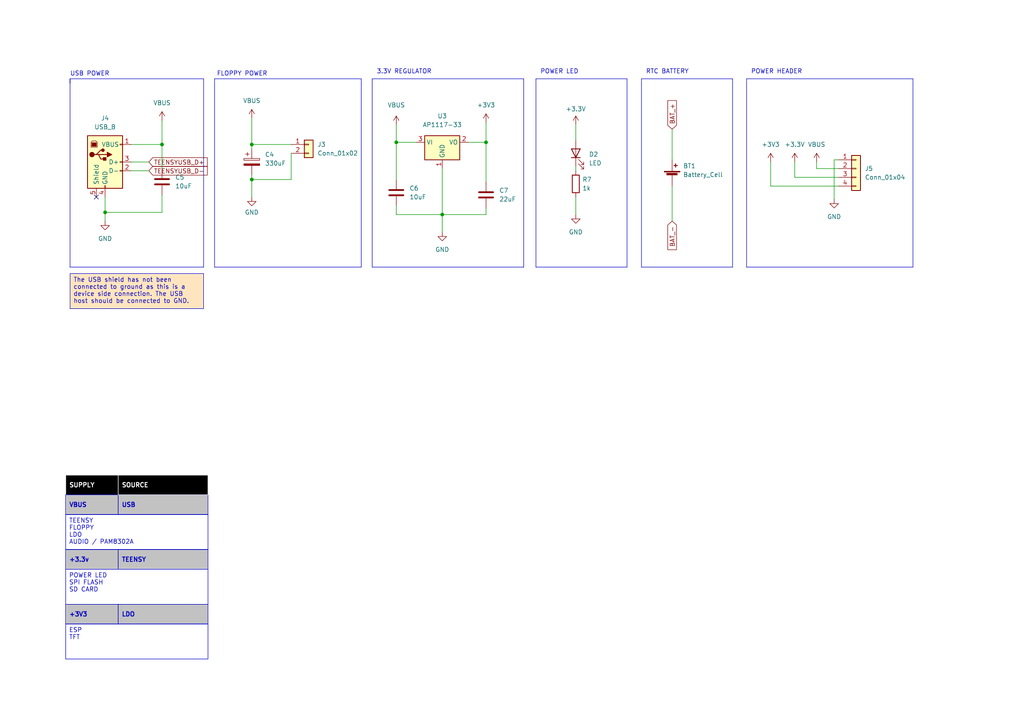
<source format=kicad_sch>
(kicad_sch (version 20230121) (generator eeschema)
  (paper "A4")
  (title_block (title "Power") (date "2023-02-08") (rev "0.19") (company "AK74"))
  (lib_symbols
    (symbol "Connector:USB_B" (pin_names (offset 1.016))
      (property "Reference" "J" (at -5.08 11.43 0))
      (property "Value" "USB_B" (at -5.08 8.89 0))
      (symbol "USB_B_0_1"
        (rectangle (start -5.08 -7.62) (end 5.08 7.62) (stroke (width 0.254)) (fill (type background)))
        (circle (center -3.81 2.159) (radius 0.635) (stroke (width 0.254)) (fill (type outline)))
        (rectangle (start -3.81 5.588) (end -2.54 4.572) (fill (type outline)))
        (circle (center -0.635 3.429) (radius 0.381) (stroke (width 0.254)) (fill (type outline)))
        (rectangle (start -0.127 -7.62) (end 0.127 -6.858))
        (polyline (pts (xy -1.905 2.159) (xy 0.635 2.159)) (stroke (width 0.254)))
        (polyline (pts (xy -3.175 2.159) (xy -2.54 2.159) (xy -1.27 3.429) (xy -0.635 3.429)) (stroke (width 0.254)))
        (polyline (pts (xy -2.54 2.159) (xy -1.905 2.159) (xy -1.27 0.889) (xy 0 0.889)) (stroke (width 0.254)))
        (polyline (pts (xy 0.635 2.794) (xy 0.635 1.524) (xy 1.905 2.159) (xy 0.635 2.794)) (stroke (width 0.254)) (fill (type outline)))
        (polyline (pts (xy -4.064 4.318) (xy -2.286 4.318) (xy -2.286 5.715) (xy -2.667 6.096) (xy -3.683 6.096) (xy -4.064 5.715) (xy -4.064 4.318)))
        (rectangle (start 0.254 1.27) (end -0.508 0.508) (stroke (width 0.254)) (fill (type outline)))
        (rectangle (start 5.08 -2.667) (end 4.318 -2.413))
        (rectangle (start 5.08 -0.127) (end 4.318 0.127))
        (rectangle (start 5.08 4.953) (end 4.318 5.207))
      )
      (symbol "USB_B_1_1"
        (pin power_out line (at 7.62 5.08 180) (length 2.54) (name "VBUS") (number "1"))
        (pin bidirectional line (at 7.62 -2.54 180) (length 2.54) (name "D-") (number "2"))
        (pin bidirectional line (at 7.62 0 180) (length 2.54) (name "D+") (number "3"))
        (pin power_out line (at 0 -10.16 90) (length 2.54) (name "GND") (number "4"))
        (pin passive line (at -2.54 -10.16 90) (length 2.54) (name "Shield") (number "5"))
      )
    )
    (symbol "Connector_Generic:Conn_01x02" (pin_names (offset 1.016) hide)
      (property "Reference" "J" (at 0 2.54 0))
      (property "Value" "Conn_01x02" (at 0 -5.08 0))
      (symbol "Conn_01x02_1_1"
        (rectangle (start -1.27 -2.413) (end 0 -2.667) (stroke (width 0.1524)))
        (rectangle (start -1.27 0.127) (end 0 -0.127) (stroke (width 0.1524)))
        (rectangle (start -1.27 1.27) (end 1.27 -3.81) (stroke (width 0.254)) (fill (type background)))
        (pin passive line (at -5.08 0 0) (length 3.81) (name "Pin_1") (number "1"))
        (pin passive line (at -5.08 -2.54 0) (length 3.81) (name "Pin_2") (number "2"))
      )
    )
    (symbol "Connector_Generic:Conn_01x04" (pin_names (offset 1.016) hide)
      (property "Reference" "J" (at 0 5.08 0))
      (property "Value" "Conn_01x04" (at 0 -7.62 0))
      (symbol "Conn_01x04_1_1"
        (rectangle (start -1.27 -4.953) (end 0 -5.207) (stroke (width 0.1524)))
        (rectangle (start -1.27 -2.413) (end 0 -2.667) (stroke (width 0.1524)))
        (rectangle (start -1.27 0.127) (end 0 -0.127) (stroke (width 0.1524)))
        (rectangle (start -1.27 2.667) (end 0 2.413) (stroke (width 0.1524)))
        (rectangle (start -1.27 3.81) (end 1.27 -6.35) (stroke (width 0.254)) (fill (type background)))
        (pin passive line (at -5.08 2.54 0) (length 3.81) (name "Pin_1") (number "1"))
        (pin passive line (at -5.08 0 0) (length 3.81) (name "Pin_2") (number "2"))
        (pin passive line (at -5.08 -2.54 0) (length 3.81) (name "Pin_3") (number "3"))
        (pin passive line (at -5.08 -5.08 0) (length 3.81) (name "Pin_4") (number "4"))
      )
    )
    (symbol "Device:Battery_Cell" (pin_numbers hide) (pin_names (offset 0) hide)
      (property "Reference" "BT" (at 2.54 2.54 0))
      (property "Value" "Battery_Cell" (at 2.54 0 0))
      (symbol "Battery_Cell_0_1"
        (rectangle (start -2.286 1.778) (end 2.286 1.524) (fill (type outline)))
        (rectangle (start -1.5748 1.1938) (end 1.4732 0.6858) (fill (type outline)))
        (polyline (pts (xy 0 0.762) (xy 0 0)))
        (polyline (pts (xy 0 1.778) (xy 0 2.54)))
        (polyline (pts (xy 0.508 3.429) (xy 1.524 3.429)) (stroke (width 0.254)))
        (polyline (pts (xy 1.016 3.937) (xy 1.016 2.921)) (stroke (width 0.254)))
      )
      (symbol "Battery_Cell_1_1"
        (pin passive line (at 0 5.08 270) (length 2.54) (name "+") (number "1"))
        (pin passive line (at 0 -2.54 90) (length 2.54) (name "-") (number "2"))
      )
    )
    (symbol "Device:C" (pin_numbers hide) (pin_names (offset 0.254))
      (property "Reference" "C" (at 0.635 2.54 0))
      (property "Value" "C" (at 0.635 -2.54 0))
      (symbol "C_0_1"
        (polyline (pts (xy -2.032 -0.762) (xy 2.032 -0.762)) (stroke (width 0.508)))
        (polyline (pts (xy -2.032 0.762) (xy 2.032 0.762)) (stroke (width 0.508)))
      )
      (symbol "C_1_1"
        (pin passive line (at 0 3.81 270) (length 2.794) (name "~") (number "1"))
        (pin passive line (at 0 -3.81 90) (length 2.794) (name "~") (number "2"))
      )
    )
    (symbol "Device:C_Polarized" (pin_numbers hide) (pin_names (offset 0.254))
      (property "Reference" "C" (at 0.635 2.54 0))
      (property "Value" "C_Polarized" (at 0.635 -2.54 0))
      (symbol "C_Polarized_0_1"
        (rectangle (start -2.286 0.508) (end 2.286 1.016))
        (polyline (pts (xy -1.778 2.286) (xy -0.762 2.286)))
        (polyline (pts (xy -1.27 2.794) (xy -1.27 1.778)))
        (rectangle (start 2.286 -0.508) (end -2.286 -1.016) (fill (type outline)))
      )
      (symbol "C_Polarized_1_1"
        (pin passive line (at 0 3.81 270) (length 2.794) (name "~") (number "1"))
        (pin passive line (at 0 -3.81 90) (length 2.794) (name "~") (number "2"))
      )
    )
    (symbol "Device:LED" (pin_numbers hide) (pin_names (offset 1.016) hide)
      (property "Reference" "D" (at 0 2.54 0))
      (property "Value" "LED" (at 0 -2.54 0))
      (symbol "LED_0_1"
        (polyline (pts (xy -1.27 -1.27) (xy -1.27 1.27)) (stroke (width 0.254)))
        (polyline (pts (xy -1.27 0) (xy 1.27 0)))
        (polyline (pts (xy 1.27 -1.27) (xy 1.27 1.27) (xy -1.27 0) (xy 1.27 -1.27)) (stroke (width 0.254)))
        (polyline (pts (xy -3.048 -0.762) (xy -4.572 -2.286) (xy -3.81 -2.286) (xy -4.572 -2.286) (xy -4.572 -1.524)))
        (polyline (pts (xy -1.778 -0.762) (xy -3.302 -2.286) (xy -2.54 -2.286) (xy -3.302 -2.286) (xy -3.302 -1.524)))
      )
      (symbol "LED_1_1"
        (pin passive line (at -3.81 0 0) (length 2.54) (name "K") (number "1"))
        (pin passive line (at 3.81 0 180) (length 2.54) (name "A") (number "2"))
      )
    )
    (symbol "Device:R" (pin_numbers hide) (pin_names (offset 0))
      (property "Reference" "R" (at 2.032 0 90))
      (property "Value" "R" (at 0 0 90))
      (symbol "R_0_1"
        (rectangle (start -1.016 -2.54) (end 1.016 2.54) (stroke (width 0.254)))
      )
      (symbol "R_1_1"
        (pin passive line (at 0 3.81 270) (length 1.27) (name "~") (number "1"))
        (pin passive line (at 0 -3.81 90) (length 1.27) (name "~") (number "2"))
      )
    )
    (symbol "Regulator_Linear:AP1117-33"
      (property "Reference" "U" (at -3.81 3.175 0))
      (property "Value" "AP1117-33" (at 0 3.175 0))
      (symbol "AP1117-33_0_1"
        (rectangle (start -5.08 -5.08) (end 5.08 1.905) (stroke (width 0.254)) (fill (type background)))
      )
      (symbol "AP1117-33_1_1"
        (pin power_in line (at 0 -7.62 90) (length 2.54) (name "GND") (number "1"))
        (pin power_out line (at 7.62 0 180) (length 2.54) (name "VO") (number "2"))
        (pin power_in line (at -7.62 0 0) (length 2.54) (name "VI") (number "3"))
      )
    )
    (symbol "power:+3.3V" (power) (pin_names (offset 0))
      (property "Value" "+3.3V" (at 0 3.556 0))
      (symbol "+3.3V_0_1"
        (polyline (pts (xy -0.762 1.27) (xy 0 2.54)))
        (polyline (pts (xy 0 0) (xy 0 2.54)))
        (polyline (pts (xy 0 2.54) (xy 0.762 1.27)))
      )
      (symbol "+3.3V_1_1"
        (pin power_in line (at 0 0 90) (length 0) hide (name "+3.3V") (number "1"))
      )
    )
    (symbol "power:+3V3" (power) (pin_names (offset 0))
      (property "Value" "+3V3" (at 0 3.556 0))
      (symbol "+3V3_0_1"
        (polyline (pts (xy -0.762 1.27) (xy 0 2.54)))
        (polyline (pts (xy 0 0) (xy 0 2.54)))
        (polyline (pts (xy 0 2.54) (xy 0.762 1.27)))
      )
      (symbol "+3V3_1_1"
        (pin power_in line (at 0 0 90) (length 0) hide (name "+3V3") (number "1"))
      )
    )
    (symbol "power:GND" (power) (pin_names (offset 0))
      (property "Value" "GND" (at 0 -3.81 0))
      (symbol "GND_0_1"
        (polyline (pts (xy 0 0) (xy 0 -1.27) (xy 1.27 -1.27) (xy 0 -2.54) (xy -1.27 -1.27) (xy 0 -1.27)))
      )
      (symbol "GND_1_1"
        (pin power_in line (at 0 0 270) (length 0) hide (name "GND") (number "1"))
      )
    )
    (symbol "power:VBUS" (power) (pin_names (offset 0))
      (property "Value" "VBUS" (at 0 3.81 0))
      (symbol "VBUS_0_1"
        (polyline (pts (xy -0.762 1.27) (xy 0 2.54)))
        (polyline (pts (xy 0 0) (xy 0 2.54)))
        (polyline (pts (xy 0 2.54) (xy 0.762 1.27)))
      )
      (symbol "VBUS_1_1"
        (pin power_in line (at 0 0 90) (length 0) hide (name "VBUS") (number "1"))
      )
    )
  )
  (junction (at 140.97 41.275))
  (junction (at 128.27 62.23))
  (junction (at 114.935 41.275))
  (junction (at 73.025 41.91))
  (junction (at 73.025 52.07))
  (junction (at 30.48 61.595))
  (junction (at 46.99 41.91))
  (no_connect (at 27.94 57.15))
  (wire (pts (xy 38.1 49.53) (xy 43.18 49.53)))
  (polyline (pts (xy 62.23 22.86) (xy 62.23 77.47)))
  (polyline (pts (xy 181.864 77.47) (xy 181.864 22.86)))
  (wire (pts (xy 73.025 50.8) (xy 73.025 52.07)))
  (wire (pts (xy 114.935 59.69) (xy 114.935 62.23)))
  (wire (pts (xy 73.025 41.91) (xy 73.025 43.18)))
  (wire (pts (xy 46.99 34.925) (xy 46.99 41.91)))
  (wire (pts (xy 46.99 41.91) (xy 46.99 48.895)))
  (wire (pts (xy 114.935 36.195) (xy 114.935 41.275)))
  (wire (pts (xy 194.945 37.465) (xy 194.945 46.355)))
  (wire (pts (xy 38.1 46.99) (xy 43.18 46.99)))
  (wire (pts (xy 114.935 62.23) (xy 128.27 62.23)))
  (wire (pts (xy 223.52 53.975) (xy 243.205 53.975)))
  (wire (pts (xy 128.27 62.23) (xy 140.97 62.23)))
  (polyline (pts (xy 155.448 22.86) (xy 181.864 22.86)))
  (wire (pts (xy 167.005 48.26) (xy 167.005 49.53)))
  (wire (pts (xy 230.505 51.435) (xy 243.205 51.435)))
  (wire (pts (xy 241.935 46.355) (xy 241.935 57.785)))
  (polyline (pts (xy 59.055 77.47) (xy 59.055 22.86)))
  (wire (pts (xy 236.855 46.99) (xy 236.855 48.895)))
  (polyline (pts (xy 155.448 22.86) (xy 155.448 77.47)))
  (wire (pts (xy 128.27 62.23) (xy 128.27 67.31)))
  (wire (pts (xy 46.99 61.595) (xy 30.48 61.595)))
  (polyline (pts (xy 186.055 77.47) (xy 212.471 77.47)))
  (polyline (pts (xy 155.448 77.47) (xy 181.864 77.47)))
  (wire (pts (xy 167.005 36.195) (xy 167.005 40.64)))
  (polyline (pts (xy 216.535 77.47) (xy 264.795 77.47)))
  (wire (pts (xy 84.455 44.45) (xy 84.455 52.07)))
  (wire (pts (xy 167.005 57.15) (xy 167.005 62.23)))
  (polyline (pts (xy 186.055 22.86) (xy 186.055 77.47)))
  (wire (pts (xy 73.025 52.07) (xy 73.025 57.15)))
  (wire (pts (xy 243.205 46.355) (xy 241.935 46.355)))
  (wire (pts (xy 30.48 61.595) (xy 30.48 64.135)))
  (polyline (pts (xy 212.471 77.47) (xy 212.471 22.86)))
  (wire (pts (xy 223.52 46.99) (xy 223.52 53.975)))
  (polyline (pts (xy 104.775 77.47) (xy 104.775 22.86)))
  (polyline (pts (xy 20.32 22.86) (xy 20.32 24.13)))
  (polyline (pts (xy 107.95 22.86) (xy 151.892 22.86)))
  (polyline (pts (xy 186.055 22.86) (xy 212.471 22.86)))
  (polyline (pts (xy 151.892 77.47) (xy 151.892 22.86)))
  (wire (pts (xy 120.65 41.275) (xy 114.935 41.275)))
  (wire (pts (xy 230.505 46.99) (xy 230.505 51.435)))
  (polyline (pts (xy 20.32 22.86) (xy 20.32 77.47)))
  (wire (pts (xy 236.855 48.895) (xy 243.205 48.895)))
  (wire (pts (xy 140.97 41.275) (xy 135.89 41.275)))
  (wire (pts (xy 194.945 53.975) (xy 194.945 64.135)))
  (wire (pts (xy 30.48 57.15) (xy 30.48 61.595)))
  (polyline (pts (xy 216.535 22.86) (xy 216.535 77.47)))
  (polyline (pts (xy 107.95 22.86) (xy 107.95 77.47)))
  (wire (pts (xy 46.99 56.515) (xy 46.99 61.595)))
  (wire (pts (xy 128.27 48.895) (xy 128.27 62.23)))
  (wire (pts (xy 140.97 62.23) (xy 140.97 60.325)))
  (wire (pts (xy 73.025 34.29) (xy 73.025 41.91)))
  (polyline (pts (xy 20.32 77.47) (xy 59.055 77.47)))
  (wire (pts (xy 114.935 41.275) (xy 114.935 52.07)))
  (wire (pts (xy 73.025 41.91) (xy 84.455 41.91)))
  (wire (pts (xy 140.97 41.275) (xy 140.97 52.705)))
  (wire (pts (xy 140.97 35.56) (xy 140.97 41.275)))
  (polyline (pts (xy 264.795 77.47) (xy 264.795 22.86)))
  (wire (pts (xy 38.1 41.91) (xy 46.99 41.91)))
  (wire (pts (xy 73.025 52.07) (xy 84.455 52.07)))
  (polyline (pts (xy 59.055 22.86) (xy 20.32 22.86)))
  (polyline (pts (xy 62.23 22.86) (xy 104.775 22.86)))
  (polyline (pts (xy 107.95 77.47) (xy 151.892 77.47)))
  (polyline (pts (xy 216.535 22.86) (xy 264.795 22.86)))
  (polyline (pts (xy 62.23 77.47) (xy 104.775 77.47)))
  (text_box "POWER LED\nSPI FLASH\nSD CARD" (at 19.05 165.1 0) (size 41.275 10.16) (effects (font (size 1.27 1.27)) (justify left top)))
  (text_box "TEENSY" (at 34.29 159.385 0) (size 26.035 5.715) (fill (type color) (color 194 194 194 1)) (effects (font (size 1.27 1.27) (thickness 0.254) bold) (justify left)))
  (text_box "ESP\nTFT" (at 19.05 180.975 0) (size 41.275 10.16) (effects (font (size 1.27 1.27)) (justify left top)))
  (text_box "TEENSY\nFLOPPY\nLDO\nAUDIO / PAM8302A" (at 19.05 149.225 0) (size 41.275 10.16) (effects (font (size 1.27 1.27)) (justify left top)))
  (text_box "USB" (at 34.29 143.51 0) (size 26.035 5.715) (fill (type color) (color 194 194 194 1)) (effects (font (size 1.27 1.27) (thickness 0.254) bold) (justify left)))
  (text_box "The USB shield has not been connected to ground as this is a device side connection. The USB host should be connected to GND." (at 20.32 79.375 0) (size 38.735 10.16) (fill (type color) (color 255 229 191 1)) (effects (font (size 1.27 1.27)) (justify left top)))
  (text_box "LDO" (at 34.29 175.26 0) (size 26.035 5.715) (fill (type color) (color 194 194 194 1)) (effects (font (size 1.27 1.27) (thickness 0.254) bold) (justify left)))
  (text_box "SUPPLY" (at 19.05 137.795 0) (size 15.24 5.715) (stroke (width 0) (color 255 255 255 1)) (fill (type color) (color 0 0 0 1)) (effects (font (size 1.27 1.27) (thickness 0.254) bold) (justify left)))
  (text_box "+3V3" (at 19.05 175.26 0) (size 15.24 5.715) (fill (type color) (color 194 194 194 1)) (effects (font (size 1.27 1.27) (thickness 0.254) bold) (justify left)))
  (text_box "VBUS" (at 19.05 143.51 0) (size 15.24 5.715) (fill (type color) (color 194 194 194 1)) (effects (font (size 1.27 1.27) (thickness 0.254) bold) (justify left)))
  (text_box "SOURCE" (at 34.29 137.795 0) (size 26.035 5.715) (stroke (width 0) (color 255 255 255 1)) (fill (type color) (color 0 0 0 1)) (effects (font (size 1.27 1.27) (thickness 0.254) bold) (justify left)))
  (text_box "+3.3v" (at 19.05 159.385 0) (size 15.24 5.715) (fill (type color) (color 194 194 194 1)) (effects (font (size 1.27 1.27) (thickness 0.254) bold) (justify left)))
  (text "3.3V REGULATOR" (at 109.22 21.59 0) (effects (font (size 1.27 1.27)) (justify left bottom)))
  (text "RTC BATTERY" (at 187.325 21.59 0) (effects (font (size 1.27 1.27)) (justify left bottom)))
  (text "POWER LED" (at 156.718 21.59 0) (effects (font (size 1.27 1.27)) (justify left bottom)))
  (text "FLOPPY POWER" (at 62.865 22.225 0) (effects (font (size 1.27 1.27)) (justify left bottom)))
  (text "POWER HEADER" (at 217.805 21.59 0) (effects (font (size 1.27 1.27)) (justify left bottom)))
  (text "USB POWER" (at 20.32 22.225 0) (effects (font (size 1.27 1.27)) (justify left bottom)))
  (global_label "TEENSYUSB_D-" (shape input) (at 43.18 49.53 0) (property "Intersheetrefs" "${INTERSHEET_REFS}" (effects hide)))
  (global_label "BAT_-" (shape input) (at 194.945 64.135 270) (property "Intersheetrefs" "${INTERSHEET_REFS}" (effects hide)))
  (global_label "TEENSYUSB_D+" (shape input) (at 43.18 46.99 0) (property "Intersheetrefs" "${INTERSHEET_REFS}" (effects hide)))
  (global_label "BAT_+" (shape input) (at 194.945 37.465 90) (property "Intersheetrefs" "${INTERSHEET_REFS}" (effects hide)))
  (symbol (lib_id "power:+3V3") (at 140.97 35.56 0) (unit 1)
    (property "Reference" "#PWR014" (effects hide))
    (property "Value" "+3V3" (at 140.97 30.48 0))
  )
  (symbol (lib_id "power:GND") (at 167.005 62.23 0) (unit 1)
    (property "Reference" "#PWR021" (effects hide))
    (property "Value" "GND" (at 167.005 67.31 0))
  )
  (symbol (lib_id "power:GND") (at 241.935 57.785 0) (unit 1)
    (property "Reference" "#PWR020" (effects hide))
    (property "Value" "GND" (at 241.935 62.865 0))
  )
  (symbol (lib_id "Connector:USB_B") (at 30.48 46.99 0) (unit 1)
    (property "Reference" "J4" (at 30.48 34.29 0))
    (property "Value" "USB_B" (at 30.48 36.83 0))
    (property "Footprint" "ak74:USB_B_OST_USB_Horizontal-Jing-Extension-111A1010D10200" (effects hide))
    (property "Datasheet" " ~" (effects hide))
    (property "LCSC" "C46392" (effects hide))
  )
  (symbol (lib_id "Regulator_Linear:AP1117-33") (at 128.27 41.275 0) (unit 1)
    (property "Reference" "U3" (at 128.27 33.655 0))
    (property "Value" "AP1117-33" (at 128.27 36.195 0))
    (property "Footprint" "Package_TO_SOT_SMD:SOT-223-3_TabPin2" (effects hide))
    (property "Datasheet" "http://www.diodes.com/datasheets/AP1117.pdf" (effects hide))
    (property "LCSC" "C347222" (effects hide))
  )
  (symbol (lib_id "Connector_Generic:Conn_01x02") (at 89.535 41.91 0) (unit 1)
    (property "Reference" "J3" (at 92.075 41.9099 0) (effects (justify left)))
    (property "Value" "Conn_01x02" (at 92.075 44.4499 0) (effects (justify left)))
    (property "Footprint" "Connector_PinHeader_2.54mm:PinHeader_1x02_P2.54mm_Vertical" (effects hide))
  )
  (symbol (lib_id "Device:LED") (at 167.005 44.45 90) (unit 1)
    (property "Reference" "D2" (at 170.815 44.7674 90) (effects (justify right)))
    (property "Value" "LED" (at 170.815 47.3074 90) (effects (justify right)))
    (property "Footprint" "LED_SMD:LED_0603_1608Metric_Pad1.05x0.95mm_HandSolder" (effects hide))
  )
  (symbol (lib_id "Device:Battery_Cell") (at 194.945 51.435 0) (unit 1)
    (property "Reference" "BT1" (at 198.12 48.1329 0) (effects (justify left)))
    (property "Value" "Battery_Cell" (at 198.12 50.6729 0) (effects (justify left)))
    (property "Footprint" "ak74:keystone-PN1056TR" (effects hide))
    (property "LCSC" "C964750" (effects hide))
  )
  (symbol (lib_id "Connector_Generic:Conn_01x04") (at 248.285 48.895 0) (unit 1)
    (property "Reference" "J5" (at 250.825 48.8949 0) (effects (justify left)))
    (property "Value" "Conn_01x04" (at 250.825 51.4349 0) (effects (justify left)))
    (property "Footprint" "Connector_PinHeader_2.54mm:PinHeader_2x02_P2.54mm_Vertical" (effects hide))
  )
  (symbol (lib_id "power:GND") (at 73.025 57.15 0) (unit 1)
    (property "Reference" "#PWR019" (effects hide))
    (property "Value" "GND" (at 73.025 61.595 0))
  )
  (symbol (lib_id "power:GND") (at 30.48 64.135 0) (unit 1)
    (property "Reference" "#PWR022" (effects hide))
    (property "Value" "GND" (at 30.48 69.215 0))
  )
  (symbol (lib_id "Device:C") (at 114.935 55.88 0) (unit 1)
    (property "Reference" "C6" (at 118.745 54.6099 0) (effects (justify left)))
    (property "Value" "10uF" (at 118.745 57.1499 0) (effects (justify left)))
    (property "Footprint" "Capacitor_SMD:C_0603_1608Metric_Pad1.08x0.95mm_HandSolder" (effects hide))
  )
  (symbol (lib_id "power:+3.3V") (at 167.005 36.195 0) (unit 1)
    (property "Reference" "#PWR011" (effects hide))
    (property "Value" "+3.3V" (at 167.005 31.623 0))
  )
  (symbol (lib_id "power:VBUS") (at 46.99 34.925 0) (unit 1)
    (property "Reference" "#PWR012" (effects hide))
    (property "Value" "VBUS" (at 46.99 29.845 0))
  )
  (symbol (lib_id "Device:C") (at 46.99 52.705 0) (unit 1)
    (property "Reference" "C5" (at 50.8 51.4349 0) (effects (justify left)))
    (property "Value" "10uF" (at 50.8 53.9749 0) (effects (justify left)))
    (property "Footprint" "Capacitor_SMD:C_0603_1608Metric_Pad1.08x0.95mm_HandSolder" (effects hide))
  )
  (symbol (lib_id "Device:C") (at 140.97 56.515 0) (unit 1)
    (property "Reference" "C7" (at 144.78 55.2449 0) (effects (justify left)))
    (property "Value" "22uF" (at 144.78 57.7849 0) (effects (justify left)))
    (property "Footprint" "Capacitor_SMD:C_0603_1608Metric_Pad1.08x0.95mm_HandSolder" (effects hide))
  )
  (symbol (lib_id "power:+3.3V") (at 230.505 46.99 0) (unit 1)
    (property "Reference" "#PWR017" (effects hide))
    (property "Value" "+3.3V" (at 230.505 41.91 0))
  )
  (symbol (lib_id "power:VBUS") (at 236.855 46.99 0) (unit 1)
    (property "Reference" "#PWR018" (effects hide))
    (property "Value" "VBUS" (at 236.855 41.91 0))
  )
  (symbol (lib_id "power:VBUS") (at 114.935 36.195 0) (unit 1)
    (property "Reference" "#PWR015" (effects hide))
    (property "Value" "VBUS" (at 114.935 30.48 0))
  )
  (symbol (lib_id "power:VBUS") (at 73.025 34.29 0) (unit 1)
    (property "Reference" "#PWR013" (effects hide))
    (property "Value" "VBUS" (at 73.025 29.21 0))
  )
  (symbol (lib_id "power:GND") (at 128.27 67.31 0) (unit 1)
    (property "Reference" "#PWR023" (effects hide))
    (property "Value" "GND" (at 128.27 72.39 0))
  )
  (symbol (lib_id "Device:C_Polarized") (at 73.025 46.99 0) (unit 1)
    (property "Reference" "C4" (at 76.835 44.8309 0) (effects (justify left)))
    (property "Value" "330uF" (at 76.835 47.3709 0) (effects (justify left)))
    (property "Footprint" "Capacitor_SMD:CP_Elec_6.3x5.8" (effects hide))
    (property "LCSC" "C286137" (effects hide))
  )
  (symbol (lib_id "Device:R") (at 167.005 53.34 0) (unit 1)
    (property "Reference" "R7" (at 168.91 52.0699 0) (effects (justify left)))
    (property "Value" "1k" (at 168.91 54.6099 0) (effects (justify left)))
    (property "Footprint" "Resistor_SMD:R_0603_1608Metric_Pad0.98x0.95mm_HandSolder" (effects hide))
  )
  (symbol (lib_id "power:+3V3") (at 223.52 46.99 0) (unit 1)
    (property "Reference" "#PWR016" (effects hide))
    (property "Value" "+3V3" (at 223.52 41.91 0))
  )
)
</source>
